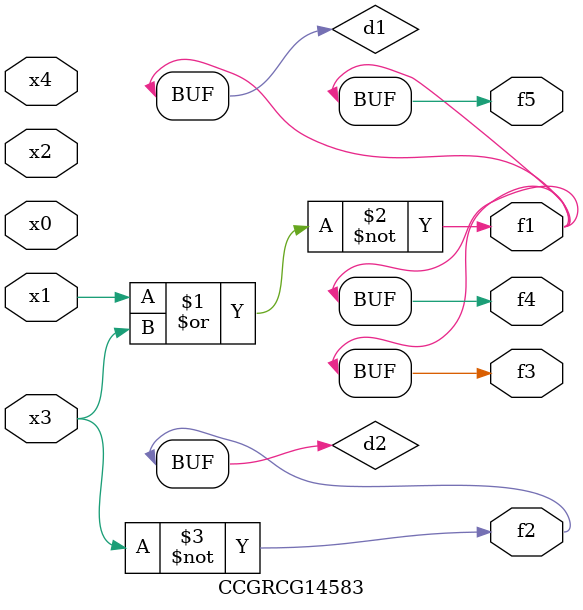
<source format=v>
module CCGRCG14583(
	input x0, x1, x2, x3, x4,
	output f1, f2, f3, f4, f5
);

	wire d1, d2;

	nor (d1, x1, x3);
	not (d2, x3);
	assign f1 = d1;
	assign f2 = d2;
	assign f3 = d1;
	assign f4 = d1;
	assign f5 = d1;
endmodule

</source>
